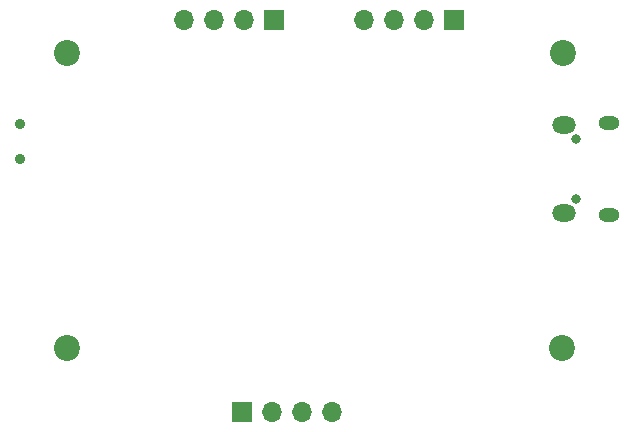
<source format=gbr>
%TF.GenerationSoftware,KiCad,Pcbnew,7.0.10*%
%TF.CreationDate,2024-01-08T00:56:05+00:00*%
%TF.ProjectId,green_storm,67726565-6e5f-4737-946f-726d2e6b6963,0.1*%
%TF.SameCoordinates,Original*%
%TF.FileFunction,Soldermask,Bot*%
%TF.FilePolarity,Negative*%
%FSLAX46Y46*%
G04 Gerber Fmt 4.6, Leading zero omitted, Abs format (unit mm)*
G04 Created by KiCad (PCBNEW 7.0.10) date 2024-01-08 00:56:05*
%MOMM*%
%LPD*%
G01*
G04 APERTURE LIST*
%ADD10R,1.700000X1.700000*%
%ADD11O,1.700000X1.700000*%
%ADD12C,2.200000*%
%ADD13O,0.800000X0.800000*%
%ADD14O,1.800000X1.150000*%
%ADD15O,2.000000X1.450000*%
%ADD16C,0.900000*%
G04 APERTURE END LIST*
D10*
%TO.C,J4*%
X62865000Y-110363000D03*
D11*
X65405000Y-110363000D03*
X67945000Y-110363000D03*
X70485000Y-110363000D03*
%TD*%
D10*
%TO.C,J3*%
X65522000Y-77216000D03*
D11*
X62982000Y-77216000D03*
X60442000Y-77216000D03*
X57902000Y-77216000D03*
%TD*%
D12*
%TO.C,H2*%
X89916000Y-105000000D03*
%TD*%
%TO.C,H4*%
X48000000Y-80000000D03*
%TD*%
%TO.C,H1*%
X48000000Y-105000000D03*
%TD*%
D13*
%TO.C,J1*%
X91143000Y-92319000D03*
X91143000Y-87319000D03*
D14*
X93893000Y-93694000D03*
D15*
X90093000Y-93544000D03*
X90093000Y-86094000D03*
D14*
X93893000Y-85944000D03*
%TD*%
D10*
%TO.C,J2*%
X80772000Y-77216000D03*
D11*
X78232000Y-77216000D03*
X75692000Y-77216000D03*
X73152000Y-77216000D03*
%TD*%
D12*
%TO.C,H3*%
X90000000Y-80000000D03*
%TD*%
D16*
%TO.C,SW1*%
X44087000Y-86003000D03*
X44087000Y-89003000D03*
%TD*%
M02*

</source>
